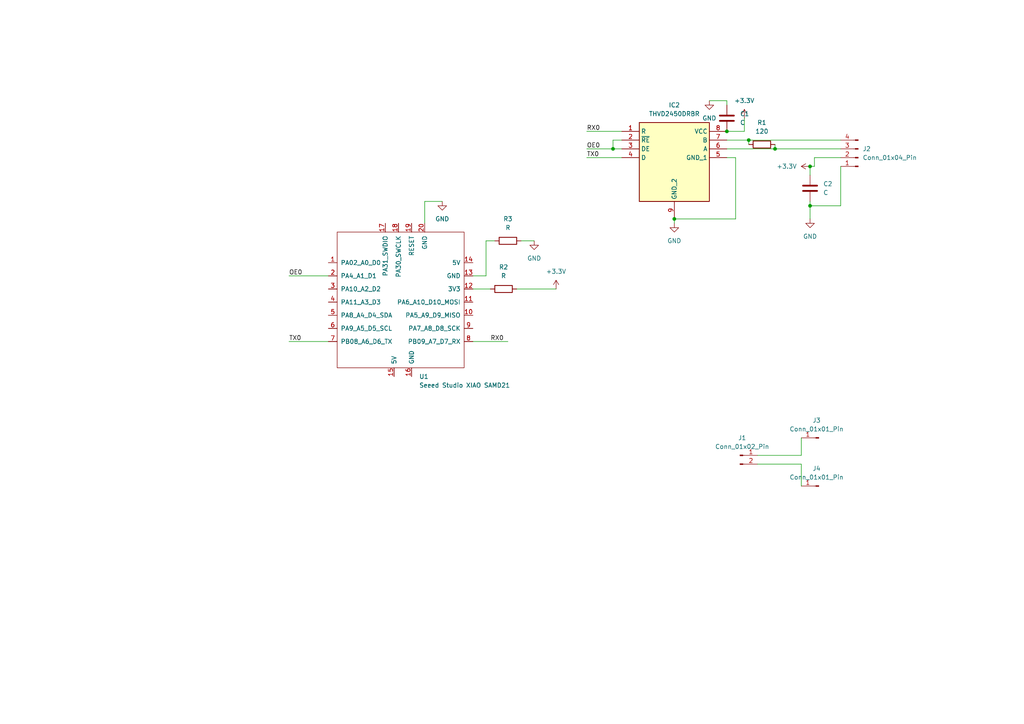
<source format=kicad_sch>
(kicad_sch (version 20231120) (generator "eeschema") (generator_version "8.0")
  (paper "A4")
  (lib_symbols
    (symbol "Connector:Conn_01x01_Pin" (pin_names (offset 1.016) hide)
      (property "Reference" "J" (at 0 2.54 0))
      (property "Value" "Conn_01x01_Pin" (at 0 -2.54 0))
      (symbol "Conn_01x01_Pin_1_1"
        (polyline (pts (xy 1.27 0) (xy 0.8636 0)) (stroke (width 0.1524)))
        (rectangle (start 0.8636 0.127) (end 0 -0.127) (stroke (width 0.1524)) (fill (type outline)))
        (pin passive line (at 5.08 0 180) (length 3.81) (name "Pin_1") (number "1"))
      )
    )
    (symbol "Connector:Conn_01x02_Pin" (pin_names (offset 1.016) hide)
      (property "Reference" "J" (at 0 2.54 0))
      (property "Value" "Conn_01x02_Pin" (at 0 -5.08 0))
      (symbol "Conn_01x02_Pin_1_1"
        (polyline (pts (xy 1.27 -2.54) (xy 0.8636 -2.54)) (stroke (width 0.1524)))
        (polyline (pts (xy 1.27 0) (xy 0.8636 0)) (stroke (width 0.1524)))
        (rectangle (start 0.8636 -2.413) (end 0 -2.667) (stroke (width 0.1524)) (fill (type outline)))
        (rectangle (start 0.8636 0.127) (end 0 -0.127) (stroke (width 0.1524)) (fill (type outline)))
        (pin passive line (at 5.08 0 180) (length 3.81) (name "Pin_1") (number "1"))
        (pin passive line (at 5.08 -2.54 180) (length 3.81) (name "Pin_2") (number "2"))
      )
    )
    (symbol "Connector:Conn_01x04_Pin" (pin_names (offset 1.016) hide)
      (property "Reference" "J" (at 0 5.08 0))
      (property "Value" "Conn_01x04_Pin" (at 0 -7.62 0))
      (symbol "Conn_01x04_Pin_1_1"
        (polyline (pts (xy 1.27 -5.08) (xy 0.8636 -5.08)) (stroke (width 0.1524)))
        (polyline (pts (xy 1.27 -2.54) (xy 0.8636 -2.54)) (stroke (width 0.1524)))
        (polyline (pts (xy 1.27 0) (xy 0.8636 0)) (stroke (width 0.1524)))
        (polyline (pts (xy 1.27 2.54) (xy 0.8636 2.54)) (stroke (width 0.1524)))
        (rectangle (start 0.8636 -4.953) (end 0 -5.207) (stroke (width 0.1524)) (fill (type outline)))
        (rectangle (start 0.8636 -2.413) (end 0 -2.667) (stroke (width 0.1524)) (fill (type outline)))
        (rectangle (start 0.8636 0.127) (end 0 -0.127) (stroke (width 0.1524)) (fill (type outline)))
        (rectangle (start 0.8636 2.667) (end 0 2.413) (stroke (width 0.1524)) (fill (type outline)))
        (pin passive line (at 5.08 2.54 180) (length 3.81) (name "Pin_1") (number "1"))
        (pin passive line (at 5.08 0 180) (length 3.81) (name "Pin_2") (number "2"))
        (pin passive line (at 5.08 -2.54 180) (length 3.81) (name "Pin_3") (number "3"))
        (pin passive line (at 5.08 -5.08 180) (length 3.81) (name "Pin_4") (number "4"))
      )
    )
    (symbol "Device:C" (pin_numbers hide) (pin_names (offset 0.254))
      (property "Reference" "C" (at 0.635 2.54 0))
      (property "Value" "C" (at 0.635 -2.54 0))
      (symbol "C_0_1"
        (polyline (pts (xy -2.032 -0.762) (xy 2.032 -0.762)) (stroke (width 0.508)))
        (polyline (pts (xy -2.032 0.762) (xy 2.032 0.762)) (stroke (width 0.508)))
      )
      (symbol "C_1_1"
        (pin passive line (at 0 3.81 270) (length 2.794) (name "~") (number "1"))
        (pin passive line (at 0 -3.81 90) (length 2.794) (name "~") (number "2"))
      )
    )
    (symbol "Device:R" (pin_numbers hide) (pin_names (offset 0))
      (property "Reference" "R" (at 2.032 0 90))
      (property "Value" "R" (at 0 0 90))
      (symbol "R_0_1"
        (rectangle (start -1.016 -2.54) (end 1.016 2.54) (stroke (width 0.254)))
      )
      (symbol "R_1_1"
        (pin passive line (at 0 3.81 270) (length 1.27) (name "~") (number "1"))
        (pin passive line (at 0 -3.81 90) (length 1.27) (name "~") (number "2"))
      )
    )
    (symbol "Seeed_Studio_XIAO_Series:Seeed Studio XIAO SAMD21" (pin_names (offset 1.016))
      (property "Reference" "U" (at -19.05 22.86 0))
      (property "Value" "Seeed Studio XIAO SAMD21" (at -12.7 21.59 0))
      (symbol "Seeed Studio XIAO SAMD21_0_1"
        (rectangle (start -19.05 20.32) (end 17.78 -19.05))
      )
      (symbol "Seeed Studio XIAO SAMD21_1_1"
        (pin unspecified line (at -21.59 11.43 0) (length 2.54) (name "PA02_A0_D0") (number "1"))
        (pin unspecified line (at 20.32 -3.81 180) (length 2.54) (name "PA5_A9_D9_MISO") (number "10"))
        (pin unspecified line (at 20.32 0 180) (length 2.54) (name "PA6_A10_D10_MOSI") (number "11"))
        (pin unspecified line (at 20.32 3.81 180) (length 2.54) (name "3V3") (number "12"))
        (pin unspecified line (at 20.32 7.62 180) (length 2.54) (name "GND") (number "13"))
        (pin unspecified line (at 20.32 11.43 180) (length 2.54) (name "5V") (number "14"))
        (pin input line (at -2.54 -21.59 90) (length 2.54) (name "5V") (number "15"))
        (pin input line (at 2.54 -21.59 90) (length 2.54) (name "GND") (number "16"))
        (pin input line (at -5.08 22.86 270) (length 2.54) (name "PA31_SWDIO") (number "17"))
        (pin input line (at -1.27 22.86 270) (length 2.54) (name "PA30_SWCLK") (number "18"))
        (pin input line (at 2.54 22.86 270) (length 2.54) (name "RESET") (number "19"))
        (pin unspecified line (at -21.59 7.62 0) (length 2.54) (name "PA4_A1_D1") (number "2"))
        (pin input line (at 6.35 22.86 270) (length 2.54) (name "GND") (number "20"))
        (pin unspecified line (at -21.59 3.81 0) (length 2.54) (name "PA10_A2_D2") (number "3"))
        (pin unspecified line (at -21.59 0 0) (length 2.54) (name "PA11_A3_D3") (number "4"))
        (pin unspecified line (at -21.59 -3.81 0) (length 2.54) (name "PA8_A4_D4_SDA") (number "5"))
        (pin unspecified line (at -21.59 -7.62 0) (length 2.54) (name "PA9_A5_D5_SCL") (number "6"))
        (pin unspecified line (at -21.59 -11.43 0) (length 2.54) (name "PB08_A6_D6_TX") (number "7"))
        (pin unspecified line (at 20.32 -11.43 180) (length 2.54) (name "PB09_A7_D7_RX") (number "8"))
        (pin unspecified line (at 20.32 -7.62 180) (length 2.54) (name "PA7_A8_D8_SCK") (number "9"))
      )
    )
    (symbol "THVD2450DRBR:THVD2450DRBR"
      (property "Reference" "IC" (at 26.67 7.62 0))
      (property "Value" "THVD2450DRBR" (at 26.67 5.08 0))
      (symbol "THVD2450DRBR_1_1"
        (rectangle (start 5.08 2.54) (end 25.4 -20.32) (stroke (width 0.254)) (fill (type background)))
        (pin output line (at 0 0 0) (length 5.08) (name "R") (number "1"))
        (pin input line (at 0 -2.54 0) (length 5.08) (name "~{RE}") (number "2"))
        (pin input line (at 0 -5.08 0) (length 5.08) (name "DE") (number "3"))
        (pin input line (at 0 -7.62 0) (length 5.08) (name "D") (number "4"))
        (pin power_in line (at 30.48 -7.62 180) (length 5.08) (name "GND_1") (number "5"))
        (pin bidirectional line (at 30.48 -5.08 180) (length 5.08) (name "A") (number "6"))
        (pin bidirectional line (at 30.48 -2.54 180) (length 5.08) (name "B") (number "7"))
        (pin power_in line (at 30.48 0 180) (length 5.08) (name "VCC") (number "8"))
        (pin power_in line (at 15.24 -25.4 90) (length 5.08) (name "GND_2") (number "9"))
      )
    )
    (symbol "power:+3.3V" (power) (pin_names (offset 0))
      (property "Value" "+3.3V" (at 0 3.556 0))
      (symbol "+3.3V_0_1"
        (polyline (pts (xy -0.762 1.27) (xy 0 2.54)))
        (polyline (pts (xy 0 0) (xy 0 2.54)))
        (polyline (pts (xy 0 2.54) (xy 0.762 1.27)))
      )
      (symbol "+3.3V_1_1"
        (pin power_in line (at 0 0 90) (length 0) hide (name "+3.3V") (number "1"))
      )
    )
    (symbol "power:GND" (power) (pin_names (offset 0))
      (property "Value" "GND" (at 0 -3.81 0))
      (symbol "GND_0_1"
        (polyline (pts (xy 0 0) (xy 0 -1.27) (xy 1.27 -1.27) (xy 0 -2.54) (xy -1.27 -1.27) (xy 0 -1.27)))
      )
      (symbol "GND_1_1"
        (pin power_in line (at 0 0 270) (length 0) hide (name "GND") (number "1"))
      )
    )
  )
  (junction (at 224.79 43.18))
  (junction (at 234.95 59.69))
  (junction (at 234.95 48.26))
  (junction (at 195.58 63.5))
  (junction (at 177.8 43.18))
  (junction (at 210.82 38.1))
  (junction (at 217.17 40.64))
  (wire (pts (xy 128.27 58.42) (xy 123.19 58.42)))
  (wire (pts (xy 217.17 40.64) (xy 217.17 41.91)))
  (wire (pts (xy 215.9 34.29) (xy 215.9 38.1)))
  (wire (pts (xy 137.16 83.82) (xy 142.24 83.82)))
  (wire (pts (xy 205.74 29.21) (xy 210.82 29.21)))
  (wire (pts (xy 232.41 140.97) (xy 232.41 134.62)))
  (wire (pts (xy 224.79 41.91) (xy 224.79 43.18)))
  (wire (pts (xy 213.36 45.72) (xy 213.36 63.5)))
  (wire (pts (xy 236.22 45.72) (xy 236.22 48.26)))
  (wire (pts (xy 123.19 58.42) (xy 123.19 64.77)))
  (wire (pts (xy 210.82 45.72) (xy 213.36 45.72)))
  (wire (pts (xy 210.82 40.64) (xy 217.17 40.64)))
  (wire (pts (xy 170.18 38.1) (xy 180.34 38.1)))
  (wire (pts (xy 243.84 59.69) (xy 234.95 59.69)))
  (wire (pts (xy 83.82 99.06) (xy 95.25 99.06)))
  (wire (pts (xy 210.82 38.1) (xy 215.9 38.1)))
  (wire (pts (xy 217.17 40.64) (xy 243.84 40.64)))
  (wire (pts (xy 170.18 45.72) (xy 180.34 45.72)))
  (wire (pts (xy 195.58 63.5) (xy 195.58 64.77)))
  (wire (pts (xy 234.95 48.26) (xy 234.95 50.8)))
  (wire (pts (xy 232.41 132.08) (xy 232.41 127)))
  (wire (pts (xy 143.51 69.85) (xy 140.97 69.85)))
  (wire (pts (xy 83.82 80.01) (xy 95.25 80.01)))
  (wire (pts (xy 210.82 29.21) (xy 210.82 30.48)))
  (wire (pts (xy 180.34 40.64) (xy 177.8 40.64)))
  (wire (pts (xy 149.86 83.82) (xy 161.29 83.82)))
  (wire (pts (xy 210.82 43.18) (xy 224.79 43.18)))
  (wire (pts (xy 177.8 43.18) (xy 180.34 43.18)))
  (wire (pts (xy 224.79 43.18) (xy 243.84 43.18)))
  (wire (pts (xy 232.41 134.62) (xy 219.71 134.62)))
  (wire (pts (xy 236.22 48.26) (xy 234.95 48.26)))
  (wire (pts (xy 234.95 59.69) (xy 234.95 63.5)))
  (wire (pts (xy 170.18 43.18) (xy 177.8 43.18)))
  (wire (pts (xy 177.8 40.64) (xy 177.8 43.18)))
  (wire (pts (xy 243.84 45.72) (xy 236.22 45.72)))
  (wire (pts (xy 137.16 80.01) (xy 140.97 80.01)))
  (wire (pts (xy 137.16 99.06) (xy 147.32 99.06)))
  (wire (pts (xy 219.71 132.08) (xy 232.41 132.08)))
  (wire (pts (xy 151.13 69.85) (xy 154.94 69.85)))
  (wire (pts (xy 234.95 58.42) (xy 234.95 59.69)))
  (wire (pts (xy 243.84 48.26) (xy 243.84 59.69)))
  (wire (pts (xy 213.36 63.5) (xy 195.58 63.5)))
  (wire (pts (xy 140.97 69.85) (xy 140.97 80.01)))
  (label "OE0" (at 83.82 80.01 0))
  (label "RX0" (at 170.18 38.1 0))
  (label "RX0" (at 142.24 99.06 0))
  (label "OE0" (at 170.18 43.18 0))
  (label "TX0" (at 170.18 45.72 0))
  (label "TX0" (at 83.82 99.06 0))
  (symbol (lib_id "Device:R") (at 147.32 69.85 90) (unit 1)
    (property "Reference" "R3" (at 147.32 63.5 90))
    (property "Value" "R" (at 147.32 66.04 90))
    (property "Footprint" "Resistor_SMD:R_0805_2012Metric" (effects (hide yes)))
    (property "Description" "Resistor" (effects (hide yes)))
  )
  (symbol (lib_id "Connector:Conn_01x01_Pin") (at 237.49 140.97 180) (unit 1)
    (property "Reference" "J4" (at 236.855 135.89 0))
    (property "Value" "Conn_01x01_Pin" (at 236.855 138.43 0))
    (property "Footprint" "Connector_PinHeader_2.54mm:PinHeader_1x01_P2.54mm_Vertical" (effects (hide yes)))
    (property "Description" "Generic connector, single row, 01x01, script generated" (effects (hide yes)))
  )
  (symbol (lib_id "THVD2450DRBR:THVD2450DRBR") (at 180.34 38.1 0) (unit 1)
    (property "Reference" "IC2" (at 195.58 30.48 0))
    (property "Value" "THVD2450DRBR" (at 195.58 33.02 0))
    (property "Footprint" "Library:SON65P300X300X100-9N" (effects (hide yes)))
    (property "Datasheet" "https://www.ti.com/lit/ds/symlink/thvd2450.pdf?ts=1608497440801&ref_url=https%253A%252F%252Fwww.ti.com%252Fproduct%252FTHVD2450" (effects (hide yes)))
    (property "Description" "Texas Instruments ??70-V fault-protected 3.3-V to 5-V RS-485 transceiver with IEC ESD 8-SON -40 to 125" (effects (hide yes)))
    (property "Height" "1" (effects (hide yes)))
    (property "Manufacturer_Name" "Texas Instruments" (effects (hide yes)))
    (property "Manufacturer_Part_Number" "THVD2450DRBR" (effects (hide yes)))
    (property "Mouser Part Number" "595-THVD2450DRBR" (effects (hide yes)))
    (property "Mouser Price/Stock" "https://www.mouser.co.uk/ProductDetail/Texas-Instruments/THVD2450DRBR?qs=%252B6g0mu59x7JicSSGIZMHlQ%3D%3D" (effects (hide yes)))
    (property "Arrow Part Number" "THVD2450DRBR" (effects (hide yes)))
    (property "Arrow Price/Stock" "https://www.arrow.com/en/products/thvd2450drbr/texas-instruments?region=nac" (effects (hide yes)))
  )
  (symbol (lib_id "Device:R") (at 220.98 41.91 90) (unit 1)
    (property "Reference" "R1" (at 220.98 35.56 90))
    (property "Value" "120" (at 220.98 38.1 90))
    (property "Footprint" "Resistor_SMD:R_0603_1608Metric" (effects (hide yes)))
  )
  (symbol (lib_id "power:GND") (at 128.27 58.42 0) (unit 1)
    (property "Reference" "#PWR09" (effects (hide yes)))
    (property "Value" "GND" (at 128.27 63.5 0))
  )
  (symbol (lib_id "Device:R") (at 146.05 83.82 90) (unit 1)
    (property "Reference" "R2" (at 146.05 77.47 90))
    (property "Value" "R" (at 146.05 80.01 90))
    (property "Footprint" "Resistor_SMD:R_0805_2012Metric" (effects (hide yes)))
    (property "Description" "Resistor" (effects (hide yes)))
  )
  (symbol (lib_id "Device:C") (at 234.95 54.61 0) (unit 1)
    (property "Reference" "C2" (at 238.76 53.34 0) (effects (justify left)))
    (property "Value" "C" (at 238.76 55.88 0) (effects (justify left)))
    (property "Footprint" "Capacitor_SMD:C_0603_1608Metric" (effects (hide yes)))
  )
  (symbol (lib_id "power:GND") (at 195.58 64.77 0) (unit 1)
    (property "Reference" "#PWR01" (effects (hide yes)))
    (property "Value" "GND" (at 195.58 69.85 0))
  )
  (symbol (lib_id "power:GND") (at 234.95 63.5 0) (unit 1)
    (property "Reference" "#PWR04" (effects (hide yes)))
    (property "Value" "GND" (at 234.95 68.58 0))
  )
  (symbol (lib_id "Seeed_Studio_XIAO_Series:Seeed Studio XIAO SAMD21") (at 116.84 87.63 0) (unit 1)
    (property "Reference" "U1" (at 121.5741 109.22 0) (effects (justify left)))
    (property "Value" "Seeed Studio XIAO SAMD21" (at 121.5741 111.76 0) (effects (justify left)))
    (property "Footprint" "Seeed Studio XIAO Series Library:XIAO-ESP32-S3-DIP" (effects (hide yes)))
  )
  (symbol (lib_id "Connector:Conn_01x01_Pin") (at 237.49 127 180) (unit 1)
    (property "Reference" "J3" (at 236.855 121.92 0))
    (property "Value" "Conn_01x01_Pin" (at 236.855 124.46 0))
    (property "Footprint" "Connector_PinHeader_2.54mm:PinHeader_1x01_P2.54mm_Vertical" (effects (hide yes)))
    (property "Description" "Generic connector, single row, 01x01, script generated" (effects (hide yes)))
  )
  (symbol (lib_id "power:+3.3V") (at 215.9 34.29 0) (unit 1)
    (property "Reference" "#PWR03" (effects (hide yes)))
    (property "Value" "+3.3V" (at 215.9 29.21 0))
  )
  (symbol (lib_id "power:+3.3V") (at 234.95 48.26 90) (unit 1)
    (property "Reference" "#PWR05" (effects (hide yes)))
    (property "Value" "+3.3V" (at 231.14 48.2599 90) (effects (justify left)))
  )
  (symbol (lib_id "power:GND") (at 205.74 29.21 0) (unit 1)
    (property "Reference" "#PWR02" (effects (hide yes)))
    (property "Value" "GND" (at 205.74 34.29 0))
  )
  (symbol (lib_id "Connector:Conn_01x04_Pin") (at 248.92 45.72 180) (unit 1)
    (property "Reference" "J2" (at 250.19 43.1799 0) (effects (justify right)))
    (property "Value" "Conn_01x04_Pin" (at 250.19 45.7199 0) (effects (justify right)))
    (property "Footprint" "Connector_Hirose:Hirose_DF13C_CL535-0404-8-51_1x04-1MP_P1.25mm_Vertical" (effects (hide yes)))
    (property "Description" "Generic connector, single row, 01x04, script generated" (effects (hide yes)))
  )
  (symbol (lib_id "Connector:Conn_01x02_Pin") (at 214.63 132.08 0) (unit 1)
    (property "Reference" "J1" (at 215.265 127 0))
    (property "Value" "Conn_01x02_Pin" (at 215.265 129.54 0))
    (property "Footprint" "Connector_JST:JST_PH_B2B-PH-SM4-TB_1x02-1MP_P2.00mm_Vertical" (effects (hide yes)))
    (property "Description" "Generic connector, single row, 01x02, script generated" (effects (hide yes)))
  )
  (symbol (lib_id "Device:C") (at 210.82 34.29 0) (unit 1)
    (property "Reference" "C1" (at 214.63 33.02 0) (effects (justify left)))
    (property "Value" "C" (at 214.63 35.56 0) (effects (justify left)))
    (property "Footprint" "Capacitor_SMD:C_0603_1608Metric" (effects (hide yes)))
  )
  (symbol (lib_id "power:+3.3V") (at 161.29 83.82 0) (unit 1)
    (property "Reference" "#PWR06" (effects (hide yes)))
    (property "Value" "+3.3V" (at 161.29 78.74 0))
  )
  (symbol (lib_id "power:GND") (at 154.94 69.85 0) (unit 1)
    (property "Reference" "#PWR08" (effects (hide yes)))
    (property "Value" "GND" (at 154.94 74.93 0))
  )
)
</source>
